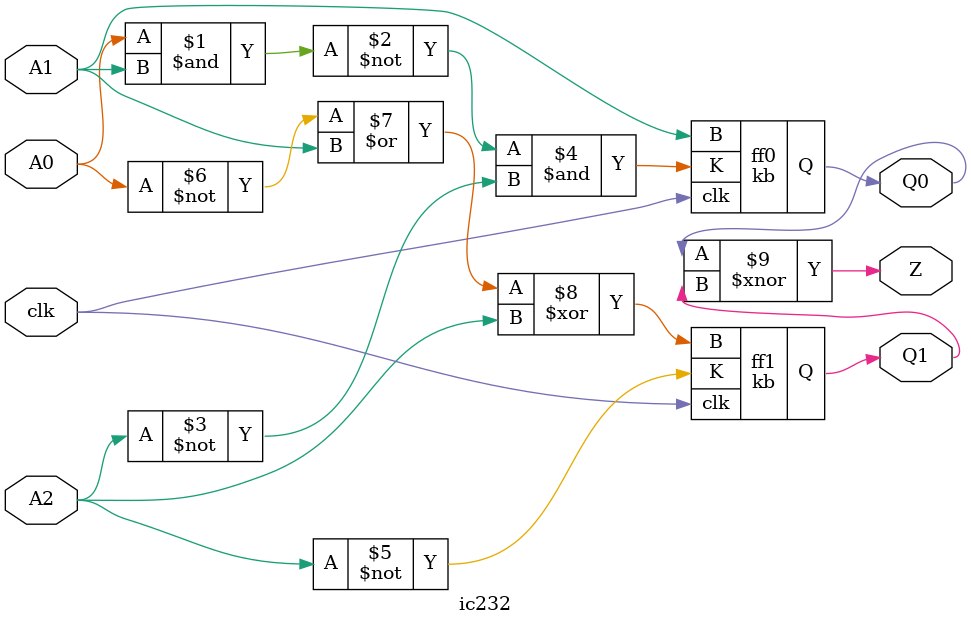
<source format=v>
`timescale 1ns / 1ps
module kb(
	input K,
	input B,
	input clk,
	output reg Q
	);
    
	initial begin
		Q = 0;
	end
	 
	// write your code here
	
	always @(posedge clk)
	begin
	if (K==0 & B==0) Q=~Q;
	else if (K==0 & B==1) Q=0;
	else if (K==1 & B==0) Q=1;
	else if (K==1 & B==1) Q=Q;
	end

endmodule


module ic232(
	input A0, 
	input A1, 
	input A2, 
	input clk,
	output Q0,
	output Q1,
	output Z
	);
   
	// write your code here
	kb ff0((~(A0&A1))&(~A2), A1, clk, Q0);
	kb ff1(~A2, (((~A0)|A1)^A2), clk, Q1);
	assign Z = Q0~^Q1;
	
endmodule

</source>
